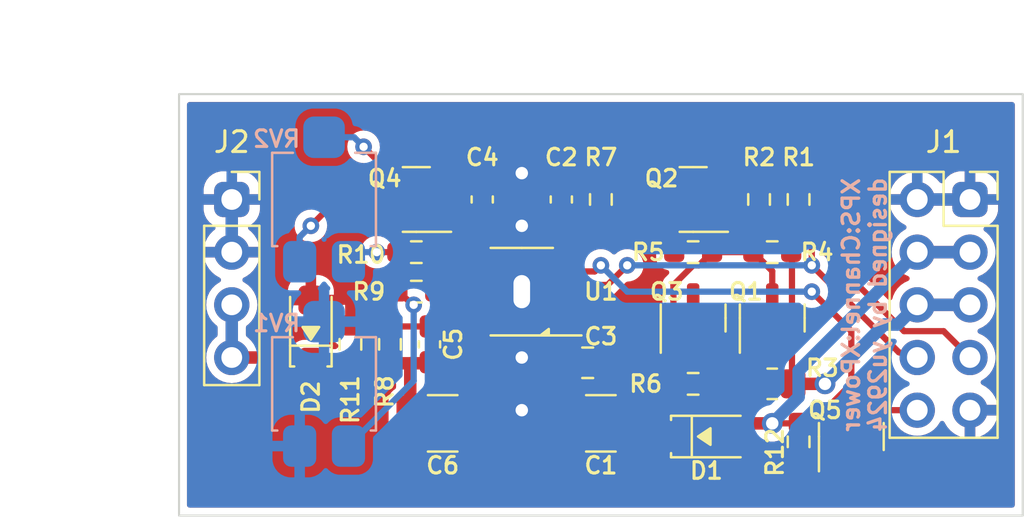
<source format=kicad_pcb>
(kicad_pcb (version 20211014) (generator pcbnew)
  (title_block (title "XPS:Channel:XPower") (company "yu2924"))
  (layers (0 "F.Cu" signal) (31 "B.Cu" signal) (34 "B.Paste" user) (35 "F.Paste" user) (36 "B.SilkS" user "B.Silkscreen") (37 "F.SilkS" user "F.Silkscreen") (38 "B.Mask" user) (39 "F.Mask" user) (44 "Edge.Cuts" user))
  (net 0 "")
  (net 1 "/IPIN")
  (net 2 "GND")
  (net 3 "Net-(C2-Pad1)")
  (net 4 "Net-(C3-Pad2)")
  (net 5 "Net-(C4-Pad1)")
  (net 6 "XPO")
  (net 7 "Net-(C5-Pad2)")
  (net 8 "V11")
  (net 9 "V22")
  (net 10 "XPC")
  (net 11 "HVC")
  (net 12 "Net-(Q1-Pad1)")
  (net 13 "Net-(Q1-Pad3)")
  (net 14 "Net-(Q2-Pad3)")
  (net 15 "Net-(Q4-Pad3)")
  (net 16 "Net-(R9-Pad2)")
  (net 17 "Net-(R10-Pad2)")
  (net 19 "Net-(Q5-Pad1)")
  (net 20 "~{XPM}")
  (footprint "Capacitor_SMD:C_1210_3225Metric_Pad1.33x2.70mm_HandSolder" (layer "F.Cu") (at 42.7 45.875)
    (fp_text reference "C6" (at 0 2.032) (layer "F.SilkS") (effects (font (size 0.8 0.8))))
    (fp_text value "10u")
    (fp_line (start -0.711252 1.36) (end 0.711252 1.36) (layer "F.SilkS") (width 0.12))
    (fp_line (start -0.711252 -1.36) (end 0.711252 -1.36) (layer "F.SilkS") (width 0.12))
    (pad "1" smd roundrect locked (at -1.5625 0) (size 1.325 2.7) (layers "F.Cu" "F.Paste" "F.Mask") (roundrect_rratio 0.1886792453) (net 6 "XPO"))
    (pad "2" smd roundrect locked (at 1.5625 0) (size 1.325 2.7) (layers "F.Cu" "F.Paste" "F.Mask") (roundrect_rratio 0.1886792453) (net 2 "GND"))
  )
  (footprint "Resistor_SMD:R_0805_2012Metric_Pad1.20x1.40mm_HandSolder" (layer "F.Cu") (at 58.575 43.97 180)
    (fp_text reference "R3" (at -2.413 0.762) (layer "F.SilkS") (effects (font (size 0.8 0.8))))
    (fp_text value "3.3")
    (fp_line (start -0.227064 -0.735) (end 0.227064 -0.735) (layer "F.SilkS") (width 0.12))
    (fp_line (start -0.227064 0.735) (end 0.227064 0.735) (layer "F.SilkS") (width 0.12))
    (pad "1" smd roundrect locked (at -1 0 180) (size 1.2 1.4) (layers "F.Cu" "F.Paste" "F.Mask") (roundrect_rratio 0.2083333333) (net 9 "V22"))
    (pad "2" smd roundrect locked (at 1 0 180) (size 1.2 1.4) (layers "F.Cu" "F.Paste" "F.Mask") (roundrect_rratio 0.2083333333) (net 12 "Net-(Q1-Pad1)"))
  )
  (footprint "Resistor_SMD:R_0603_1608Metric_Pad0.98x0.95mm_HandSolder" (layer "F.Cu") (at 50.32 35.08 90)
    (fp_text reference "R7" (at 2.032 0 180) (layer "F.SilkS") (effects (font (size 0.8 0.8))))
    (fp_text value "3k")
    (fp_line (start -0.254724 -0.5225) (end 0.254724 -0.5225) (layer "F.SilkS") (width 0.12))
    (fp_line (start -0.254724 0.5225) (end 0.254724 0.5225) (layer "F.SilkS") (width 0.12))
    (pad "1" smd roundrect locked (at -0.9125 0 90) (size 0.975 0.95) (layers "F.Cu" "F.Paste" "F.Mask") (net 3 "Net-(C2-Pad1)"))
    (pad "2" smd roundrect locked (at 0.9125 0 90) (size 0.975 0.95) (layers "F.Cu" "F.Paste" "F.Mask") (net 2 "GND"))
  )
  (footprint "Resistor_SMD:R_0603_1608Metric_Pad0.98x0.95mm_HandSolder" (layer "F.Cu") (at 57.94 35.08 90)
    (fp_text reference "R2" (at 2.032 0 180) (layer "F.SilkS") (effects (font (size 0.8 0.8))))
    (fp_text value "1M")
    (fp_line (start -0.254724 -0.5225) (end 0.254724 -0.5225) (layer "F.SilkS") (width 0.12))
    (fp_line (start -0.254724 0.5225) (end 0.254724 0.5225) (layer "F.SilkS") (width 0.12))
    (pad "1" smd roundrect locked (at -0.9125 0 90) (size 0.975 0.95) (layers "F.Cu" "F.Paste" "F.Mask") (net 11 "HVC"))
    (pad "2" smd roundrect locked (at 0.9125 0 90) (size 0.975 0.95) (layers "F.Cu" "F.Paste" "F.Mask") (net 2 "GND"))
  )
  (footprint "Resistor_SMD:R_0603_1608Metric_Pad0.98x0.95mm_HandSolder" (layer "F.Cu") (at 54.765 37.62 180)
    (fp_text reference "R5" (at 2.159 0) (layer "F.SilkS") (effects (font (size 0.8 0.8))))
    (fp_text value "100k")
    (fp_line (start -0.254724 0.5225) (end 0.254724 0.5225) (layer "F.SilkS") (width 0.12))
    (fp_line (start -0.254724 -0.5225) (end 0.254724 -0.5225) (layer "F.SilkS") (width 0.12))
    (pad "1" smd roundrect locked (at -0.9125 0 180) (size 0.975 0.95) (layers "F.Cu" "F.Paste" "F.Mask") (net 13 "Net-(Q1-Pad3)"))
    (pad "2" smd roundrect locked (at 0.9125 0 180) (size 0.975 0.95) (layers "F.Cu" "F.Paste" "F.Mask") (net 14 "Net-(Q2-Pad3)"))
  )
  (footprint "Resistor_SMD:R_0603_1608Metric_Pad0.98x0.95mm_HandSolder" (layer "F.Cu") (at 41.43 39.525 180)
    (fp_text reference "R9" (at 2.286 0 180) (layer "F.SilkS") (effects (font (size 0.8 0.8))))
    (fp_text value "5.1k")
    (fp_line (start -0.254724 0.5225) (end 0.254724 0.5225) (layer "F.SilkS") (width 0.12))
    (fp_line (start -0.254724 -0.5225) (end 0.254724 -0.5225) (layer "F.SilkS") (width 0.12))
    (pad "1" smd roundrect locked (at -0.9125 0 180) (size 0.975 0.95) (layers "F.Cu" "F.Paste" "F.Mask") (net 7 "Net-(C5-Pad2)"))
    (pad "2" smd roundrect locked (at 0.9125 0 180) (size 0.975 0.95) (layers "F.Cu" "F.Paste" "F.Mask") (net 16 "Net-(R9-Pad2)"))
  )
  (footprint "Capacitor_SMD:C_1210_3225Metric_Pad1.33x2.70mm_HandSolder" (layer "F.Cu") (at 50.32 45.875 180)
    (fp_text reference "C1" (at 0 -2.032) (layer "F.SilkS") (effects (font (size 0.8 0.8))))
    (fp_text value "10u")
    (fp_line (start -0.711252 -1.36) (end 0.711252 -1.36) (layer "F.SilkS") (width 0.12))
    (fp_line (start -0.711252 1.36) (end 0.711252 1.36) (layer "F.SilkS") (width 0.12))
    (pad "1" smd roundrect locked (at -1.5625 0 180) (size 1.325 2.7) (layers "F.Cu" "F.Paste" "F.Mask") (roundrect_rratio 0.1886792453) (net 1 "/IPIN"))
    (pad "2" smd roundrect locked (at 1.5625 0 180) (size 1.325 2.7) (layers "F.Cu" "F.Paste" "F.Mask") (roundrect_rratio 0.1886792453) (net 2 "GND"))
  )
  (footprint "Local:PinSocket-1x04-P2.54mm-Vertical" (layer "F.Cu") (at 32.54 35.08)
    (fp_text reference "J2" (at 0 -2.77) (layer "F.SilkS"))
    (fp_text value "CH-XP-XPO")
    (fp_line (start 1.33 1.27) (end 1.33 8.95) (layer "F.SilkS") (width 0.12))
    (fp_line (start -1.33 8.95) (end 1.33 8.95) (layer "F.SilkS") (width 0.12))
    (fp_line (start -1.33 1.27) (end -1.33 8.95) (layer "F.SilkS") (width 0.12))
    (fp_line (start -1.33 1.27) (end 1.33 1.27) (layer "F.SilkS") (width 0.12))
    (fp_line (start 1.33 -1.33) (end 1.33 0) (layer "F.SilkS") (width 0.12))
    (fp_line (start 0 -1.33) (end 1.33 -1.33) (layer "F.SilkS") (width 0.12))
    (pad "1" thru_hole roundrect (at 0 0) (size 1.7 1.7) (drill 1) (layers *.Cu *.Mask) (net 2 "GND"))
    (pad "2" thru_hole oval (at 0 2.54) (size 1.7 1.7) (drill 1) (layers *.Cu *.Mask) (net 2 "GND"))
    (pad "3" thru_hole oval (at 0 5.08) (size 1.7 1.7) (drill 1) (layers *.Cu *.Mask) (net 6 "XPO"))
    (pad "4" thru_hole oval (at 0 7.62) (size 1.7 1.7) (drill 1) (layers *.Cu *.Mask) (net 6 "XPO"))
  )
  (footprint "Capacitor_SMD:C_0603_1608Metric_Pad1.08x0.95mm_HandSolder" (layer "F.Cu") (at 42.065 42.065 90)
    (fp_text reference "C5" (at 0 1.143 270) (layer "F.SilkS") (effects (font (size 0.8 0.8))))
    (fp_text value "100n")
    (fp_line (start -0.146267 -0.51) (end 0.146267 -0.51) (layer "F.SilkS") (width 0.12))
    (fp_line (start -0.146267 0.51) (end 0.146267 0.51) (layer "F.SilkS") (width 0.12))
    (pad "1" smd roundrect locked (at -0.8625 0 90) (size 1.075 0.95) (layers "F.Cu" "F.Paste" "F.Mask") (net 6 "XPO"))
    (pad "2" smd roundrect locked (at 0.8625 0 90) (size 1.075 0.95) (layers "F.Cu" "F.Paste" "F.Mask") (net 7 "Net-(C5-Pad2)"))
  )
  (footprint "Local:D_SOD-123FL-SS2040FL" (layer "F.Cu") (at 55.4 46.51)
    (fp_text reference "D1" (at 0 1.651) (layer "F.SilkS") (effects (font (size 0.8 0.8))))
    (fp_text value "SS2040FL")
    (fp_line (start -1.7 -1) (end 1.65 -1) (layer "F.SilkS") (width 0.12))
    (fp_line (start -1.7 1) (end 1.65 1) (layer "F.SilkS") (width 0.12))
    (fp_line (start -1.7 -1) (end -1.7 -0.8) (layer "F.SilkS") (width 0.12))
    (fp_line (start -0.7 -1) (end -0.7 1) (layer "F.SilkS") (width 0.12))
    (fp_line (start -1.7 0.8) (end -1.7 1) (layer "F.SilkS") (width 0.12))
    (fp_poly (pts (xy 0.2 0.4) (xy -0.4 0) (xy 0.2 -0.4)) (layer "F.SilkS") (width 0.12) (fill solid))
    (pad "1" smd roundrect (at -1.5 0) (size 1.4 1.2) (layers "F.Cu" "F.Paste" "F.Mask") (net 1 "/IPIN"))
    (pad "2" smd roundrect (at 1.5 0) (size 1.4 1.2) (layers "F.Cu" "F.Paste" "F.Mask") (net 8 "V11"))
  )
  (footprint "Local:D_SOD-123FL-SS2040FL" (layer "F.Cu") (at 36.35 41.43 90)
    (fp_text reference "D2" (at -3.175 0 90) (layer "F.SilkS") (effects (font (size 0.8 0.8))))
    (fp_text value "SS2040FL")
    (fp_line (start -1.7 -1) (end -1.7 -0.8) (layer "F.SilkS") (width 0.12))
    (fp_line (start -1.7 -1) (end 1.65 -1) (layer "F.SilkS") (width 0.12))
    (fp_line (start -0.7 -1) (end -0.7 1) (layer "F.SilkS") (width 0.12))
    (fp_line (start -1.7 0.8) (end -1.7 1) (layer "F.SilkS") (width 0.12))
    (fp_line (start -1.7 1) (end 1.65 1) (layer "F.SilkS") (width 0.12))
    (fp_poly (pts (xy 0.2 0.4) (xy -0.4 0) (xy 0.2 -0.4)) (layer "F.SilkS") (width 0.12) (fill solid))
    (pad "1" smd roundrect (at -1.5 0 90) (size 1.4 1.2) (layers "F.Cu" "F.Paste" "F.Mask") (net 6 "XPO"))
    (pad "2" smd roundrect (at 1.5 0 90) (size 1.4 1.2) (layers "F.Cu" "F.Paste" "F.Mask") (net 2 "GND"))
  )
  (footprint "Local:ThermalViaPad-D1.0" (layer "F.Cu") (at 46.51 36.35)
    (fp_text reference "REF**" hide)
    (fp_text value "ThermalViaPad-D1.0" hide)
    (pad "1" thru_hole circle (at 0 0) (size 1 1) (drill 0.6) (layers *.Cu *.Mask) (net 2 "GND"))
  )
  (footprint "Resistor_SMD:R_0603_1608Metric_Pad0.98x0.95mm_HandSolder" (layer "F.Cu") (at 41.43 37.62 180)
    (fp_text reference "R10" (at 2.667 -0.127 180) (layer "F.SilkS") (effects (font (size 0.8 0.8))))
    (fp_text value "5.1k")
    (fp_line (start -0.254724 -0.5225) (end 0.254724 -0.5225) (layer "F.SilkS") (width 0.12))
    (fp_line (start -0.254724 0.5225) (end 0.254724 0.5225) (layer "F.SilkS") (width 0.12))
    (pad "1" smd roundrect locked (at -0.9125 0 180) (size 0.975 0.95) (layers "F.Cu" "F.Paste" "F.Mask") (net 7 "Net-(C5-Pad2)"))
    (pad "2" smd roundrect locked (at 0.9125 0 180) (size 0.975 0.95) (layers "F.Cu" "F.Paste" "F.Mask") (net 17 "Net-(R10-Pad2)"))
  )
  (footprint "Local:SOT-23" (layer "F.Cu") (at 54.765 35.08 180)
    (fp_text reference "Q2" (at 1.524 1.016 180) (layer "F.SilkS") (effects (font (size 0.8 0.8))))
    (fp_text value "BSS138")
    (fp_line (start 0 -1.56) (end -1.675 -1.56) (layer "F.SilkS") (width 0.12))
    (fp_line (start 0 1.56) (end -0.65 1.56) (layer "F.SilkS") (width 0.12))
    (fp_line (start 0 -1.56) (end 0.65 -1.56) (layer "F.SilkS") (width 0.12))
    (fp_line (start 0 1.56) (end 0.65 1.56) (layer "F.SilkS") (width 0.12))
    (pad "1" smd roundrect (at -1.025 -0.95 180) (size 1.3 0.6) (layers "F.Cu" "F.Paste" "F.Mask") (net 11 "HVC"))
    (pad "2" smd roundrect (at -1.025 0.95 180) (size 1.3 0.6) (layers "F.Cu" "F.Paste" "F.Mask") (net 2 "GND"))
    (pad "3" smd roundrect (at 1.025 0 180) (size 1.3 0.6) (layers "F.Cu" "F.Paste" "F.Mask") (net 14 "Net-(Q2-Pad3)"))
  )
  (footprint "Capacitor_SMD:C_0603_1608Metric_Pad1.08x0.95mm_HandSolder" (layer "F.Cu") (at 44.605 35.08 90)
    (fp_text reference "C4" (at 2.032 0 180) (layer "F.SilkS") (effects (font (size 0.8 0.8))))
    (fp_text value "10n")
    (fp_line (start -0.146267 -0.51) (end 0.146267 -0.51) (layer "F.SilkS") (width 0.12))
    (fp_line (start -0.146267 0.51) (end 0.146267 0.51) (layer "F.SilkS") (width 0.12))
    (pad "1" smd roundrect locked (at -0.8625 0 90) (size 1.075 0.95) (layers "F.Cu" "F.Paste" "F.Mask") (net 5 "Net-(C4-Pad1)"))
    (pad "2" smd roundrect locked (at 0.8625 0 90) (size 1.075 0.95) (layers "F.Cu" "F.Paste" "F.Mask") (net 2 "GND"))
  )
  (footprint "Local:ThermalViaPad-D1.0" (layer "F.Cu") (at 46.51 33.81)
    (fp_text reference "REF**" hide)
    (fp_text value "ThermalViaPad-D1.0" hide)
    (pad "1" thru_hole circle (at 0 0) (size 1 1) (drill 0.6) (layers *.Cu *.Mask) (net 2 "GND"))
  )
  (footprint "Resistor_SMD:R_0603_1608Metric_Pad0.98x0.95mm_HandSolder" (layer "F.Cu") (at 38.255 42.065 90)
    (fp_text reference "R11" (at -2.667 0 90) (layer "F.SilkS") (effects (font (size 0.8 0.8))))
    (fp_text value "100k")
    (fp_line (start -0.254724 -0.5225) (end 0.254724 -0.5225) (layer "F.SilkS") (width 0.12))
    (fp_line (start -0.254724 0.5225) (end 0.254724 0.5225) (layer "F.SilkS") (width 0.12))
    (pad "1" smd roundrect locked (at -0.9125 0 90) (size 0.975 0.95) (layers "F.Cu" "F.Paste" "F.Mask") (net 6 "XPO"))
    (pad "2" smd roundrect locked (at 0.9125 0 90) (size 0.975 0.95) (layers "F.Cu" "F.Paste" "F.Mask") (net 2 "GND"))
  )
  (footprint "Resistor_SMD:R_0603_1608Metric_Pad0.98x0.95mm_HandSolder" (layer "F.Cu") (at 58.575 37.62 180)
    (fp_text reference "R4" (at -2.159 0) (layer "F.SilkS") (effects (font (size 0.8 0.8))))
    (fp_text value "47k")
    (fp_line (start -0.254724 -0.5225) (end 0.254724 -0.5225) (layer "F.SilkS") (width 0.12))
    (fp_line (start -0.254724 0.5225) (end 0.254724 0.5225) (layer "F.SilkS") (width 0.12))
    (pad "1" smd roundrect locked (at -0.9125 0 180) (size 0.975 0.95) (layers "F.Cu" "F.Paste" "F.Mask") (net 9 "V22"))
    (pad "2" smd roundrect locked (at 0.9125 0 180) (size 0.975 0.95) (layers "F.Cu" "F.Paste" "F.Mask") (net 13 "Net-(Q1-Pad3)"))
  )
  (footprint "Local:SOT-23" (layer "F.Cu") (at 54.765 40.795 90)
    (fp_text reference "Q3" (at 1.27 -1.27 180) (layer "F.SilkS") (effects (font (size 0.8 0.8))))
    (fp_text value "SSM3J332R")
    (fp_line (start 0 -1.56) (end -1.675 -1.56) (layer "F.SilkS") (width 0.12))
    (fp_line (start 0 1.56) (end -0.65 1.56) (layer "F.SilkS") (width 0.12))
    (fp_line (start 0 1.56) (end 0.65 1.56) (layer "F.SilkS") (width 0.12))
    (fp_line (start 0 -1.56) (end 0.65 -1.56) (layer "F.SilkS") (width 0.12))
    (pad "1" smd roundrect (at -1.025 -0.95 90) (size 1.3 0.6) (layers "F.Cu" "F.Paste" "F.Mask") (net 13 "Net-(Q1-Pad3)"))
    (pad "2" smd roundrect (at -1.025 0.95 90) (size 1.3 0.6) (layers "F.Cu" "F.Paste" "F.Mask") (net 12 "Net-(Q1-Pad1)"))
    (pad "3" smd roundrect (at 1.025 0 90) (size 1.3 0.6) (layers "F.Cu" "F.Paste" "F.Mask") (net 1 "/IPIN"))
  )
  (footprint "Local:PinSocket-2x05-P2.54mm-Vertical" (layer "F.Cu") (at 68.1 35.08)
    (fp_text reference "J1" (at -1.27 -2.77) (layer "F.SilkS"))
    (fp_text value "CH-XP")
    (fp_line (start 1.33 -1.33) (end 1.33 0) (layer "F.SilkS") (width 0.12))
    (fp_line (start -3.87 -1.33) (end -3.87 11.49) (layer "F.SilkS") (width 0.12))
    (fp_line (start -3.87 11.49) (end 1.33 11.49) (layer "F.SilkS") (width 0.12))
    (fp_line (start 0 -1.33) (end 1.33 -1.33) (layer "F.SilkS") (width 0.12))
    (fp_line (start -1.27 -1.33) (end -1.27 1.27) (layer "F.SilkS") (width 0.12))
    (fp_line (start -3.87 -1.33) (end -1.27 -1.33) (layer "F.SilkS") (width 0.12))
    (fp_line (start -1.27 1.27) (end 1.33 1.27) (layer "F.SilkS") (width 0.12))
    (fp_line (start 1.33 1.27) (end 1.33 11.49) (layer "F.SilkS") (width 0.12))
    (pad "1" thru_hole roundrect (at 0 0) (size 1.7 1.7) (drill 1) (layers *.Cu *.Mask) (net 2 "GND"))
    (pad "2" thru_hole oval (at -2.54 0) (size 1.7 1.7) (drill 1) (layers *.Cu *.Mask) (net 2 "GND"))
    (pad "3" thru_hole oval (at 0 2.54) (size 1.7 1.7) (drill 1) (layers *.Cu *.Mask) (net 8 "V11"))
    (pad "4" thru_hole oval (at -2.54 2.54) (size 1.7 1.7) (drill 1) (layers *.Cu *.Mask) (net 8 "V11"))
    (pad "5" thru_hole oval (at 0 5.08) (size 1.7 1.7) (drill 1) (layers *.Cu *.Mask) (net 9 "V22"))
    (pad "6" thru_hole oval (at -2.54 5.08) (size 1.7 1.7) (drill 1) (layers *.Cu *.Mask) (net 9 "V22"))
    (pad "7" thru_hole oval (at 0 7.62) (size 1.7 1.7) (drill 1) (layers *.Cu *.Mask) (net 11 "HVC"))
    (pad "8" thru_hole oval (at -2.54 7.62) (size 1.7 1.7) (drill 1) (layers *.Cu *.Mask) (net 10 "XPC"))
    (pad "9" thru_hole oval (at 0 10.16) (size 1.7 1.7) (drill 1) (layers *.Cu *.Mask) (net 2 "GND"))
    (pad "10" thru_hole oval (at -2.54 10.16) (size 1.7 1.7) (drill 1) (layers *.Cu *.Mask) (net 20 "~{XPM}"))
  )
  (footprint "Resistor_SMD:R_0603_1608Metric_Pad0.98x0.95mm_HandSolder" (layer "F.Cu") (at 59.845 35.08 90)
    (fp_text reference "R1" (at 2.032 0 180) (layer "F.SilkS") (effects (font (size 0.8 0.8))))
    (fp_text value "1M")
    (fp_line (start -0.254724 0.5225) (end 0.254724 0.5225) (layer "F.SilkS") (width 0.12))
    (fp_line (start -0.254724 -0.5225) (end 0.254724 -0.5225) (layer "F.SilkS") (width 0.12))
    (pad "1" smd roundrect locked (at -0.9125 0 90) (size 0.975 0.95) (layers "F.Cu" "F.Paste" "F.Mask") (net 10 "XPC"))
    (pad "2" smd roundrect locked (at 0.9125 0 90) (size 0.975 0.95) (layers "F.Cu" "F.Paste" "F.Mask") (net 2 "GND"))
  )
  (footprint "Local:SOT-23" (layer "F.Cu") (at 58.575 40.795 90)
    (fp_text reference "Q1" (at 1.27 -1.27 180) (layer "F.SilkS") (effects (font (size 0.8 0.8))))
    (fp_text value "MMBT3906")
    (fp_line (start 0 -1.56) (end 0.65 -1.56) (layer "F.SilkS") (width 0.12))
    (fp_line (start 0 1.56) (end -0.65 1.56) (layer "F.SilkS") (width 0.12))
    (fp_line (start 0 -1.56) (end -1.675 -1.56) (layer "F.SilkS") (width 0.12))
    (fp_line (start 0 1.56) (end 0.65 1.56) (layer "F.SilkS") (width 0.12))
    (pad "1" smd roundrect (at -1.025 -0.95 90) (size 1.3 0.6) (layers "F.Cu" "F.Paste" "F.Mask") (net 12 "Net-(Q1-Pad1)"))
    (pad "2" smd roundrect (at -1.025 0.95 90) (size 1.3 0.6) (layers "F.Cu" "F.Paste" "F.Mask") (net 9 "V22"))
    (pad "3" smd roundrect (at 1.025 0 90) (size 1.3 0.6) (layers "F.Cu" "F.Paste" "F.Mask") (net 13 "Net-(Q1-Pad3)"))
  )
  (footprint "Capacitor_SMD:C_0805_2012Metric_Pad1.18x1.45mm_HandSolder" (layer "F.Cu") (at 49.685 42.954)
    (fp_text reference "C3" (at 0.635 -1.27) (layer "F.SilkS") (effects (font (size 0.8 0.8))))
    (fp_text value "470n")
    (fp_line (start -0.261252 0.735) (end 0.261252 0.735) (layer "F.SilkS") (width 0.12))
    (fp_line (start -0.261252 -0.735) (end 0.261252 -0.735) (layer "F.SilkS") (width 0.12))
    (pad "1" smd roundrect locked (at -1.0375 0) (size 1.175 1.45) (layers "F.Cu" "F.Paste" "F.Mask") (roundrect_rratio 0.2127659574) (net 2 "GND"))
    (pad "2" smd roundrect locked (at 1.0375 0) (size 1.175 1.45) (layers "F.Cu" "F.Paste" "F.Mask") (roundrect_rratio 0.2127659574) (net 4 "Net-(C3-Pad2)"))
  )
  (footprint "Local:ThermalViaPad-D1.0" (layer "F.Cu") (at 46.51 45.24)
    (fp_text reference "REF**" hide)
    (fp_text value "ThermalViaPad-D1.0" hide)
    (pad "1" thru_hole circle (at 0 0) (size 1 1) (drill 0.6) (layers *.Cu *.Mask) (net 2 "GND"))
  )
  (footprint "Resistor_SMD:R_0603_1608Metric_Pad0.98x0.95mm_HandSolder" (layer "F.Cu") (at 59.845 46.764 -90)
    (fp_text reference "R12" (at 0.508 1.143 90) (layer "F.SilkS") (effects (font (size 0.8 0.8))))
    (fp_text value "1M")
    (fp_line (start -0.254724 0.5225) (end 0.254724 0.5225) (layer "F.SilkS") (width 0.12))
    (fp_line (start -0.254724 -0.5225) (end 0.254724 -0.5225) (layer "F.SilkS") (width 0.12))
    (pad "1" smd roundrect (at -0.9125 0 270) (size 0.975 0.95) (layers "F.Cu" "F.Paste" "F.Mask") (net 8 "V11"))
    (pad "2" smd roundrect (at 0.9125 0 270) (size 0.975 0.95) (layers "F.Cu" "F.Paste" "F.Mask") (net 19 "Net-(Q5-Pad1)"))
  )
  (footprint "Local:SOT-23" (layer "F.Cu") (at 62.385 46.51 90)
    (fp_text reference "Q5" (at 1.27 -1.27 180) (layer "F.SilkS") (effects (font (size 0.8 0.8))))
    (fp_text value "BSS138")
    (fp_line (start 0 1.56) (end 0.65 1.56) (layer "F.SilkS") (width 0.12))
    (fp_line (start 0 -1.56) (end -1.675 -1.56) (layer "F.SilkS") (width 0.12))
    (fp_line (start 0 1.56) (end -0.65 1.56) (layer "F.SilkS") (width 0.12))
    (fp_line (start 0 -1.56) (end 0.65 -1.56) (layer "F.SilkS") (width 0.12))
    (pad "1" smd roundrect (at -1.025 -0.95 90) (size 1.3 0.6) (layers "F.Cu" "F.Paste" "F.Mask") (net 19 "Net-(Q5-Pad1)"))
    (pad "2" smd roundrect (at -1.025 0.95 90) (size 1.3 0.6) (layers "F.Cu" "F.Paste" "F.Mask") (net 2 "GND"))
    (pad "3" smd roundrect (at 1.025 0 90) (size 1.3 0.6) (layers "F.Cu" "F.Paste" "F.Mask") (net 20 "~{XPM}"))
  )
  (footprint "Resistor_SMD:R_0603_1608Metric_Pad0.98x0.95mm_HandSolder" (layer "F.Cu") (at 40.16 42.065 90)
    (fp_text reference "R8" (at -2.286 -0.254 270) (layer "F.SilkS") (effects (font (size 0.8 0.8))))
    (fp_text value "82k")
    (fp_line (start -0.254724 0.5225) (end 0.254724 0.5225) (layer "F.SilkS") (width 0.12))
    (fp_line (start -0.254724 -0.5225) (end 0.254724 -0.5225) (layer "F.SilkS") (width 0.12))
    (pad "1" smd roundrect locked (at -0.9125 0 90) (size 0.975 0.95) (layers "F.Cu" "F.Paste" "F.Mask") (net 6 "XPO"))
    (pad "2" smd roundrect locked (at 0.9125 0 90) (size 0.975 0.95) (layers "F.Cu" "F.Paste" "F.Mask") (net 7 "Net-(C5-Pad2)"))
  )
  (footprint "Resistor_SMD:R_0603_1608Metric_Pad0.98x0.95mm_HandSolder" (layer "F.Cu") (at 54.765 43.97)
    (fp_text reference "R6" (at -2.286 0) (layer "F.SilkS") (effects (font (size 0.8 0.8))))
    (fp_text value "100k")
    (fp_line (start -0.254724 0.5225) (end 0.254724 0.5225) (layer "F.SilkS") (width 0.12))
    (fp_line (start -0.254724 -0.5225) (end 0.254724 -0.5225) (layer "F.SilkS") (width 0.12))
    (pad "1" smd roundrect locked (at -0.9125 0) (size 0.975 0.95) (layers "F.Cu" "F.Paste" "F.Mask") (net 1 "/IPIN"))
    (pad "2" smd roundrect locked (at 0.9125 0) (size 0.975 0.95) (layers "F.Cu" "F.Paste" "F.Mask") (net 2 "GND"))
  )
  (footprint "Local:SOT-23" (layer "F.Cu") (at 41.43 35.08 180)
    (fp_text reference "Q4" (at 1.524 1.016 180) (layer "F.SilkS") (effects (font (size 0.8 0.8))))
    (fp_text value "BSS138")
    (fp_line (start 0 1.56) (end -0.65 1.56) (layer "F.SilkS") (width 0.12))
    (fp_line (start 0 -1.56) (end 0.65 -1.56) (layer "F.SilkS") (width 0.12))
    (fp_line (start 0 -1.56) (end -1.675 -1.56) (layer "F.SilkS") (width 0.12))
    (fp_line (start 0 1.56) (end 0.65 1.56) (layer "F.SilkS") (width 0.12))
    (pad "1" smd roundrect (at -1.025 -0.95 180) (size 1.3 0.6) (layers "F.Cu" "F.Paste" "F.Mask") (net 11 "HVC"))
    (pad "2" smd roundrect (at -1.025 0.95 180) (size 1.3 0.6) (layers "F.Cu" "F.Paste" "F.Mask") (net 2 "GND"))
    (pad "3" smd roundrect (at 1.025 0 180) (size 1.3 0.6) (layers "F.Cu" "F.Paste" "F.Mask") (net 15 "Net-(Q4-Pad3)"))
  )
  (footprint "Local:ThermalViaPad-MSOP-12" (layer "F.Cu") (at 46.51 39.525)
    (fp_text reference "TVP" hide)
    (fp_text value "ThermalViaPad-MSOP-12" hide)
    (pad "1" thru_hole oval (at 0 0) (size 1.2 2) (drill oval 0.8 1.6) (layers *.Cu *.Mask) (net 2 "GND"))
    (pad "1" smd rect (at 0 0) (size 1.65 2.85) (layers "B.Cu" "B.Paste" "B.Mask") (net 2 "GND"))
    (pad "1" smd rect (at 0 0) (size 1.65 2.85) (layers "F.Cu" "F.Paste" "F.Mask") (net 2 "GND"))
  )
  (footprint "Local:ThermalViaPad-D1.0" (layer "F.Cu") (at 46.51 42.7)
    (fp_text reference "REF**" hide)
    (fp_text value "ThermalViaPad-D1.0" hide)
    (pad "1" thru_hole circle (at 0 0) (size 1 1) (drill 0.6) (layers *.Cu *.Mask) (net 2 "GND"))
  )
  (footprint "Local:MSOP-12-1EP-3x4mm-P0.65mm-EP1.65x2.85mm" (layer "F.Cu") (at 46.51 39.525 180)
    (fp_text reference "U1" (at -3.81 0 180) (layer "F.SilkS") (effects (font (size 0.8 0.8))))
    (fp_text value "LT3066")
    (fp_line (start 0 -2.11) (end 1.5 -2.11) (layer "F.SilkS") (width 0.12))
    (fp_line (start 0 -2.11) (end -2.875 -2.11) (layer "F.SilkS") (width 0.12))
    (fp_line (start 0 2.11) (end -1.5 2.11) (layer "F.SilkS") (width 0.12))
    (fp_line (start 0 2.11) (end 1.5 2.11) (layer "F.SilkS") (width 0.12))
    (fp_poly (pts (xy -1.3 -1.8) (xy -1.3 -2.11) (xy -0.9 -2.11)) (layer "F.SilkS") (width 0.12) (fill solid))
    (pad "1" smd roundrect (at -2.15 -1.625 180) (size 1.45 0.4) (layers "F.Cu" "F.Paste" "F.Mask") (net 4 "Net-(C3-Pad2)"))
    (pad "2" smd roundrect (at -2.15 -0.975 180) (size 1.45 0.4) (layers "F.Cu" "F.Paste" "F.Mask") (net 1 "/IPIN"))
    (pad "3" smd roundrect (at -2.15 -0.325 180) (size 1.45 0.4) (layers "F.Cu" "F.Paste" "F.Mask") (net 1 "/IPIN"))
    (pad "4" smd roundrect (at -2.15 0.325 180) (size 1.45 0.4) (layers "F.Cu" "F.Paste" "F.Mask") (net 10 "XPC"))
    (pad "5" smd roundrect (at -2.15 0.975 180) (size 1.45 0.4) (layers "F.Cu" "F.Paste" "F.Mask") (net 19 "Net-(Q5-Pad1)"))
    (pad "6" smd roundrect (at -2.15 1.625 180) (size 1.45 0.4) (layers "F.Cu" "F.Paste" "F.Mask") (net 3 "Net-(C2-Pad1)"))
    (pad "7" smd roundrect (at 2.15 1.625 180) (size 1.45 0.4) (layers "F.Cu" "F.Paste" "F.Mask") (net 5 "Net-(C4-Pad1)"))
    (pad "8" smd roundrect (at 2.15 0.975 180) (size 1.45 0.4) (layers "F.Cu" "F.Paste" "F.Mask") (net 2 "GND"))
    (pad "9" smd roundrect (at 2.15 0.325 180) (size 1.45 0.4) (layers "F.Cu" "F.Paste" "F.Mask") (net 7 "Net-(C5-Pad2)"))
    (pad "10" smd roundrect (at 2.15 -0.325 180) (size 1.45 0.4) (layers "F.Cu" "F.Paste" "F.Mask"))
    (pad "11" smd roundrect (at 2.15 -0.975 180) (size 1.45 0.4) (layers "F.Cu" "F.Paste" "F.Mask") (net 6 "XPO"))
    (pad "12" smd roundrect (at 2.15 -1.625 180) (size 1.45 0.4) (layers "F.Cu" "F.Paste" "F.Mask") (net 6 "XPO"))
    (pad "13" smd rect (at 0 0 180) (size 1.65 2.85) (layers "F.Cu" "F.Paste" "F.Mask") (net 2 "GND"))
  )
  (footprint "Capacitor_SMD:C_0603_1608Metric_Pad1.08x0.95mm_HandSolder" (layer "F.Cu") (at 48.415 35.08 90)
    (fp_text reference "C2" (at 2.032 0 180) (layer "F.SilkS") (effects (font (size 0.8 0.8))))
    (fp_text value "22n")
    (fp_line (start -0.146267 0.51) (end 0.146267 0.51) (layer "F.SilkS") (width 0.12))
    (fp_line (start -0.146267 -0.51) (end 0.146267 -0.51) (layer "F.SilkS") (width 0.12))
    (pad "1" smd roundrect locked (at -0.8625 0 90) (size 1.075 0.95) (layers "F.Cu" "F.Paste" "F.Mask") (net 3 "Net-(C2-Pad1)"))
    (pad "2" smd roundrect locked (at 0.8625 0 90) (size 1.075 0.95) (layers "F.Cu" "F.Paste" "F.Mask") (net 2 "GND"))
  )
  (footprint "Local:COPAL-ST-4EB" (layer "B.Cu") (at 36.985 43.97 180)
    (fp_text reference "RV1" (at 2.286 2.921 unlocked) (layer "B.SilkS") (effects (font (size 0.8 0.8)) (justify mirror)))
    (fp_text value "1k")
    (fp_line (start 1.5 2.25) (end 2.5 2.25) (layer "B.SilkS") (width 0.12))
    (fp_line (start 2.5 2.25) (end 2.5 -2.25) (layer "B.SilkS") (width 0.12))
    (fp_line (start -1.5 2.25) (end -2.5 2.25) (layer "B.SilkS") (width 0.12))
    (fp_line (start -2.5 -2.25) (end -2.25 -2.25) (layer "B.SilkS") (width 0.12))
    (fp_line (start 2.5 -2.25) (end 2.25 -2.25) (layer "B.SilkS") (width 0.12))
    (fp_line (start -2.5 2.25) (end -2.5 -2.25) (layer "B.SilkS") (width 0.12))
    (pad "1" smd roundrect (at 1.175 -3 180) (size 1.6 2) (layers "B.Cu" "B.Paste" "B.Mask") (net 2 "GND"))
    (pad "2" smd roundrect (at 0 3 180) (size 2 2) (layers "B.Cu" "B.Paste" "B.Mask") (net 2 "GND"))
    (pad "3" smd roundrect (at -1.175 -3 180) (size 1.6 2) (layers "B.Cu" "B.Paste" "B.Mask") (net 16 "Net-(R9-Pad2)"))
  )
  (footprint "Local:COPAL-ST-4EB" (layer "B.Cu") (at 36.985 35.08 180)
    (fp_text reference "RV2" (at 2.286 2.921 unlocked) (layer "B.SilkS") (effects (font (size 0.8 0.8)) (justify mirror)))
    (fp_text value "1k")
    (fp_line (start -1.5 2.25) (end -2.5 2.25) (layer "B.SilkS") (width 0.12))
    (fp_line (start -2.5 2.25) (end -2.5 -2.25) (layer "B.SilkS") (width 0.12))
    (fp_line (start -2.5 -2.25) (end -2.25 -2.25) (layer "B.SilkS") (width 0.12))
    (fp_line (start 2.5 -2.25) (end 2.25 -2.25) (layer "B.SilkS") (width 0.12))
    (fp_line (start 1.5 2.25) (end 2.5 2.25) (layer "B.SilkS") (width 0.12))
    (fp_line (start 2.5 2.25) (end 2.5 -2.25) (layer "B.SilkS") (width 0.12))
    (pad "1" smd roundrect (at 1.175 -3 180) (size 1.6 2) (layers "B.Cu" "B.Paste" "B.Mask") (net 15 "Net-(Q4-Pad3)"))
    (pad "2" smd roundrect (at 0 3 180) (size 2 2) (layers "B.Cu" "B.Paste" "B.Mask") (net 15 "Net-(Q4-Pad3)"))
    (pad "3" smd roundrect (at -1.175 -3 180) (size 1.6 2) (layers "B.Cu" "B.Paste" "B.Mask") (net 17 "Net-(R10-Pad2)"))
  )
  (gr_rect (start 30 30) (end 70.64 50.32) (layer "Edge.Cuts") (width 0.1) (fill none))
  (gr_text "XPS:Channel:XPower\ndesigned by yu2924" (at 63.02 40.16 90) (layer "B.SilkS") (effects (font (size 0.8 0.8) (thickness 0.16)) (justify mirror)))
  (segment (start 53.9 46.51) (end 52.5175 46.51) (width 0.6) (layer "F.Cu") (net 1))
  (segment (start 53.9 46.51) (end 53.9 44.0175) (width 0.6) (layer "F.Cu") (net 1))
  (segment (start 48.66 40.5) (end 48.66 40.18) (width 0.3) (layer "F.Cu") (net 1))
  (segment (start 54.765 39.77) (end 54.765 43.0575) (width 0.6) (layer "F.Cu") (net 1))
  (segment (start 53.9 44.0175) (end 53.8525 43.97) (width 0.6) (layer "F.Cu") (net 1))
  (segment (start 50.34 40.18) (end 51.8825 41.7225) (width 0.6) (layer "F.Cu") (net 1))
  (segment (start 54.765 43.0575) (end 53.8525 43.97) (width 0.6) (layer "F.Cu") (net 1))
  (segment (start 48.66 40.18) (end 48.66 39.85) (width 0.3) (layer "F.Cu") (net 1))
  (segment (start 52.5175 46.51) (end 51.8825 45.875) (width 0.6) (layer "F.Cu") (net 1))
  (segment (start 51.8825 41.7225) (end 51.8825 45.875) (width 0.6) (layer "F.Cu") (net 1))
  (segment (start 48.66 40.18) (end 50.34 40.18) (width 0.6) (layer "F.Cu") (net 1))
  (segment (start 45.535 38.55) (end 46.51 39.525) (width 0.3) (layer "F.Cu") (net 2))
  (segment (start 32.54 35.08) (end 32.54 37.62) (width 0.6) (layer "F.Cu") (net 2))
  (segment (start 68.1 35.08) (end 65.56 35.08) (width 0.6) (layer "F.Cu") (net 2))
  (segment (start 44.36 38.55) (end 45.535 38.55) (width 0.3) (layer "F.Cu") (net 2))
  (segment (start 65.56 35.08) (end 68.1 35.08) (width 0.6) (layer "B.Cu") (net 2))
  (segment (start 32.54 35.08) (end 32.54 37.62) (width 0.6) (layer "B.Cu") (net 2))
  (segment (start 48.66 37.9) (end 48.66 36.2375) (width 0.3) (layer "F.Cu") (net 3))
  (segment (start 48.415 35.9925) (end 50.27 35.9925) (width 0.3) (layer "F.Cu") (net 3))
  (segment (start 50.27 35.9925) (end 50.32 35.9425) (width 0.3) (layer "F.Cu") (net 3))
  (segment (start 48.66 36.2375) (end 48.415 35.9925) (width 0.3) (layer "F.Cu") (net 3))
  (segment (start 50.7225 42.7215) (end 49.151 41.15) (width 0.3) (layer "F.Cu") (net 4))
  (segment (start 49.151 41.15) (end 48.66 41.15) (width 0.3) (layer "F.Cu") (net 4))
  (segment (start 50.7225 42.954) (end 50.7225 42.7215) (width 0.3) (layer "F.Cu") (net 4))
  (segment (start 44.36 37.9) (end 44.36 36.1875) (width 0.3) (layer "F.Cu") (net 5))
  (segment (start 44.36 36.1875) (end 44.605 35.9425) (width 0.3) (layer "F.Cu") (net 5))
  (segment (start 32.54 42.7) (end 36.12 42.7) (width 0.6) (layer "F.Cu") (net 6))
  (segment (start 44.36 40.94) (end 44.36 41.15) (width 0.3) (layer "F.Cu") (net 6))
  (segment (start 38.255 42.9775) (end 40.16 42.9775) (width 0.6) (layer "F.Cu") (net 6))
  (segment (start 42.065 42.9275) (end 42.3725 42.9275) (width 0.6) (layer "F.Cu") (net 6))
  (segment (start 42.015 42.9775) (end 42.065 42.9275) (width 0.6) (layer "F.Cu") (net 6))
  (segment (start 41.1375 42.9925) (end 41.1525 42.9775) (width 0.6) (layer "F.Cu") (net 6))
  (segment (start 40.16 42.9775) (end 41.1525 42.9775) (width 0.6) (layer "F.Cu") (net 6))
  (segment (start 41.1525 42.9775) (end 42.015 42.9775) (width 0.6) (layer "F.Cu") (net 6))
  (segment (start 42.3725 42.9275) (end 44.36 40.94) (width 0.6) (layer "F.Cu") (net 6))
  (segment (start 36.12 42.7) (end 36.35 42.93) (width 0.6) (layer "F.Cu") (net 6))
  (segment (start 36.3975 42.9775) (end 36.35 42.93) (width 0.6) (layer "F.Cu") (net 6))
  (segment (start 44.36 40.5) (end 44.36 40.94) (width 0.3) (layer "F.Cu") (net 6))
  (segment (start 41.1375 45.875) (end 41.1375 42.9925) (width 0.6) (layer "F.Cu") (net 6))
  (segment (start 38.255 42.9775) (end 36.3975 42.9775) (width 0.6) (layer "F.Cu") (net 6))
  (segment (start 32.54 40.16) (end 32.54 42.7) (width 0.6) (layer "F.Cu") (net 6))
  (segment (start 32.54 40.16) (end 32.54 42.7) (width 0.6) (layer "B.Cu") (net 6))
  (segment (start 42.3425 39.525) (end 42.3425 37.62) (width 0.3) (layer "F.Cu") (net 7))
  (segment (start 42.6675 39.2) (end 42.3425 39.525) (width 0.3) (layer "F.Cu") (net 7))
  (segment (start 40.21 41.2025) (end 40.16 41.1525) (width 0.3) (layer "F.Cu") (net 7))
  (segment (start 42.065 41.2025) (end 40.21 41.2025) (width 0.3) (layer "F.Cu") (net 7))
  (segment (start 42.3425 40.925) (end 42.065 41.2025) (width 0.3) (layer "F.Cu") (net 7))
  (segment (start 42.3425 39.525) (end 42.3425 40.925) (width 0.3) (layer "F.Cu") (net 7))
  (segment (start 44.36 39.2) (end 42.6675 39.2) (width 0.3) (layer "F.Cu") (net 7))
  (segment (start 58.575 45.875) (end 59.8215 45.875) (width 0.3) (layer "F.Cu") (net 8))
  (segment (start 57.535 45.875) (end 56.9 46.51) (width 0.6) (layer "F.Cu") (net 8))
  (segment (start 58.575 45.875) (end 57.535 45.875) (width 0.6) (layer "F.Cu") (net 8))
  (segment (start 65.56 37.62) (end 68.1 37.62) (width 0.6) (layer "F.Cu") (net 8))
  (segment (start 59.8215 45.875) (end 59.845 45.8515) (width 0.3) (layer "F.Cu") (net 8))
  (via (at 58.575 45.875) (size 1) (drill 0.6) (layers "F.Cu" "B.Cu") (net 8))
  (segment (start 65.56 37.62) (end 59.845 43.335) (width 0.6) (layer "B.Cu") (net 8))
  (segment (start 59.845 44.605) (end 59.845 43.335) (width 0.6) (layer "B.Cu") (net 8))
  (segment (start 65.56 37.62) (end 68.1 37.62) (width 0.6) (layer "B.Cu") (net 8))
  (segment (start 58.575 45.875) (end 59.845 44.605) (width 0.6) (layer "B.Cu") (net 8))
  (segment (start 59.525 41.82) (end 59.525 37.6575) (width 0.3) (layer "F.Cu") (net 9))
  (segment (start 59.525 37.6575) (end 59.4875 37.62) (width 0.3) (layer "F.Cu") (net 9))
  (segment (start 59.575 43.97) (end 61.115 43.97) (width 0.6) (layer "F.Cu") (net 9))
  (segment (start 65.56 40.16) (end 68.1 40.16) (width 0.6) (layer "F.Cu") (net 9))
  (segment (start 59.525 43.92) (end 59.575 43.97) (width 0.3) (layer "F.Cu") (net 9))
  (segment (start 59.525 41.82) (end 59.525 43.92) (width 0.3) (layer "F.Cu") (net 9))
  (via (at 61.115 43.97) (size 1) (drill 0.6) (layers "F.Cu" "B.Cu") (net 9))
  (segment (start 63.9725 41.1125) (end 64.6075 41.1125) (width 0.6) (layer "B.Cu") (net 9))
  (segment (start 61.115 43.97) (end 63.9725 41.1125) (width 0.6) (layer "B.Cu") (net 9))
  (segment (start 65.56 40.16) (end 68.1 40.16) (width 0.6) (layer "B.Cu") (net 9))
  (segment (start 65.56 40.16) (end 64.6075 41.1125) (width 0.6) (layer "B.Cu") (net 9))
  (segment (start 48.66 39.2) (end 50.645 39.2) (width 0.3) (layer "F.Cu") (net 10))
  (segment (start 60.48 38.255) (end 60.48 36.6275) (width 0.3) (layer "F.Cu") (net 10))
  (segment (start 64.671 42.446) (end 65.56 42.7) (width 0.3) (layer "F.Cu") (net 10))
  (segment (start 60.48 38.255) (end 64.671 42.446) (width 0.3) (layer "F.Cu") (net 10))
  (segment (start 60.48 36.6275) (end 59.845 35.9925) (width 0.3) (layer "F.Cu") (net 10))
  (segment (start 50.645 39.2) (end 51.59 38.255) (width 0.3) (layer "F.Cu") (net 10))
  (via (at 60.48 38.255) (size 0.8) (drill 0.4) (layers "F.Cu" "B.Cu") (net 10))
  (via (at 51.59 38.255) (size 0.8) (drill 0.4) (layers "F.Cu" "B.Cu") (net 10))
  (segment (start 51.59 38.255) (end 60.48 38.255) (width 0.3) (layer "B.Cu") (net 10))
  (segment (start 42.7 31.905) (end 59.845 31.905) (width 0.3) (layer "F.Cu") (net 11))
  (segment (start 57.9025 36.03) (end 57.94 35.9925) (width 0.3) (layer "F.Cu") (net 11))
  (segment (start 61.115 35.08) (end 61.115 37.62) (width 0.3) (layer "F.Cu") (net 11))
  (segment (start 59.845 31.905) (end 61.115 33.175) (width 0.3) (layer "F.Cu") (net 11))
  (segment (start 66.83 41.43) (end 64.925 41.43) (width 0.3) (layer "F.Cu") (net 11))
  (segment (start 58.8525 35.08) (end 57.94 35.9925) (width 0.3) (layer "F.Cu") (net 11))
  (segment (start 55.79 36.03) (end 57.9025 36.03) (width 0.3) (layer "F.Cu") (net 11))
  (segment (start 42.01 36.03) (end 42.455 36.03) (width 0.3) (layer "F.Cu") (net 11))
  (segment (start 61.115 33.175) (end 61.115 35.08) (width 0.3) (layer "F.Cu") (net 11))
  (segment (start 61.115 37.62) (end 64.925 41.43) (width 0.3) (layer "F.Cu") (net 11))
  (segment (start 68.1 42.7) (end 66.83 41.43) (width 0.3) (layer "F.Cu") (net 11))
  (segment (start 42.7 31.905) (end 41.43 33.175) (width 0.3) (layer "F.Cu") (net 11))
  (segment (start 41.43 33.175) (end 41.43 35.45) (width 0.3) (layer "F.Cu") (net 11))
  (segment (start 61.115 35.08) (end 58.8525 35.08) (width 0.3) (layer "F.Cu") (net 11))
  (segment (start 41.43 35.45) (end 42.01 36.03) (width 0.3) (layer "F.Cu") (net 11))
  (segment (start 57.625 43.92) (end 57.575 43.97) (width 0.3) (layer "F.Cu") (net 12))
  (segment (start 55.715 42.11) (end 57.575 43.97) (width 0.6) (layer "F.Cu") (net 12))
  (segment (start 55.715 41.82) (end 55.715 42.11) (width 0.6) (layer "F.Cu") (net 12))
  (segment (start 57.625 41.82) (end 57.625 43.92) (width 0.3) (layer "F.Cu") (net 12))
  (segment (start 53.815 39.205) (end 54.765 38.255) (width 0.3) (layer "F.Cu") (net 13))
  (segment (start 53.815 41.82) (end 53.815 39.205) (width 0.3) (layer "F.Cu") (net 13))
  (segment (start 54.765 38.255) (end 55.0425 38.255) (width 0.3) (layer "F.Cu") (net 13))
  (segment (start 58.575 39.77) (end 58.575 38.5325) (width 0.3) (layer "F.Cu") (net 13))
  (segment (start 55.0425 38.255) (end 55.6775 37.62) (width 0.3) (layer "F.Cu") (net 13))
  (segment (start 58.575 38.5325) (end 57.6625 37.62) (width 0.3) (layer "F.Cu") (net 13))
  (segment (start 55.6775 37.62) (end 57.6625 37.62) (width 0.3) (layer "F.Cu") (net 13))
  (segment (start 53.8525 37.62) (end 53.8525 35.1925) (width 0.3) (layer "F.Cu") (net 14))
  (segment (start 53.8525 35.1925) (end 53.74 35.08) (width 0.3) (layer "F.Cu") (net 14))
  (segment (start 40.405 34.055) (end 38.89 32.54) (width 0.3) (layer "F.Cu") (net 15))
  (segment (start 36.35 36.35) (end 37.62 35.08) (width 0.3) (layer "F.Cu") (net 15))
  (segment (start 40.405 35.08) (end 40.405 34.055) (width 0.3) (layer "F.Cu") (net 15))
  (segment (start 37.62 35.08) (end 40.405 35.08) (width 0.3) (layer "F.Cu") (net 15))
  (via (at 36.35 36.35) (size 0.8) (drill 0.4) (layers "F.Cu" "B.Cu") (net 15))
  (via (at 38.89 32.54) (size 0.8) (drill 0.4) (layers "F.Cu" "B.Cu") (net 15))
  (segment (start 36.985 32.08) (end 38.43 32.08) (width 0.3) (layer "B.Cu") (net 15))
  (segment (start 38.43 32.08) (end 38.89 32.54) (width 0.3) (layer "B.Cu") (net 15))
  (segment (start 35.81 36.89) (end 36.35 36.35) (width 0.3) (layer "B.Cu") (net 15))
  (segment (start 35.81 38.08) (end 35.81 36.89) (width 0.3) (layer "B.Cu") (net 15))
  (segment (start 40.5175 39.525) (end 41.303 40.16) (width 0.3) (layer "F.Cu") (net 16))
  (via (at 41.303 40.16) (size 0.8) (drill 0.4) (layers "F.Cu" "B.Cu") (net 16))
  (segment (start 41.303 40.16) (end 41.303 43.827) (width 0.3) (layer "B.Cu") (net 16))
  (segment (start 41.303 43.827) (end 38.16 46.97) (width 0.3) (layer "B.Cu") (net 16))
  (segment (start 40.5175 37.62) (end 39.525 37.62) (width 0.3) (layer "F.Cu") (net 17))
  (via (at 39.525 37.62) (size 0.8) (drill 0.4) (layers "F.Cu" "B.Cu") (net 17))
  (segment (start 39.525 37.62) (end 38.62 37.62) (width 0.3) (layer "B.Cu") (net 17))
  (segment (start 38.62 37.62) (end 38.16 38.08) (width 0.3) (layer "B.Cu") (net 17))
  (segment (start 61.435 47.535) (end 61.435 44.92) (width 0.3) (layer "F.Cu") (net 19))
  (segment (start 61.435 44.92) (end 62.385 43.97) (width 0.3) (layer "F.Cu") (net 19))
  (segment (start 48.66 38.55) (end 50.025 38.55) (width 0.3) (layer "F.Cu") (net 19))
  (segment (start 50.025 38.55) (end 50.32 38.255) (width 0.3) (layer "F.Cu") (net 19))
  (segment (start 62.385 43.97) (end 62.385 41.43) (width 0.3) (layer "F.Cu") (net 19))
  (segment (start 59.845 47.6765) (end 61.2935 47.6765) (width 0.3) (layer "F.Cu") (net 19))
  (segment (start 60.48 39.525) (end 62.385 41.43) (width 0.3) (layer "F.Cu") (net 19))
  (segment (start 61.2935 47.6765) (end 61.435 47.535) (width 0.3) (layer "F.Cu") (net 19))
  (via (at 50.32 38.255) (size 0.8) (drill 0.4) (layers "F.Cu" "B.Cu") (net 19))
  (via (at 60.48 39.525) (size 0.8) (drill 0.4) (layers "F.Cu" "B.Cu") (net 19))
  (segment (start 50.32 38.255) (end 51.59 39.525) (width 0.3) (layer "B.Cu") (net 19))
  (segment (start 51.59 39.525) (end 60.48 39.525) (width 0.3) (layer "B.Cu") (net 19))
  (segment (start 65.56 45.24) (end 62.63 45.24) (width 0.3) (layer "F.Cu") (net 20))
  (segment (start 62.63 45.24) (end 62.385 45.485) (width 0.3) (layer "F.Cu") (net 20))
  (zone (net 2) (net_name "GND") (layers F&B.Cu) (connect_pads (clearance 0.381)) (min_thickness 0.254) (fill yes (thermal_gap 0.508) (thermal_bridge_width 0.508))
    (polygon (pts (xy 70.64 50.32) (xy 30 50.32) (xy 30 30) (xy 70.64 30)))
  )
  (zone (net 6) (net_name "XPO") (layer "F.Cu") (name "OPIN") (priority 1) (connect_pads yes (clearance 0)) (min_thickness 0.254) (fill yes (thermal_gap 0.508) (thermal_bridge_width 0.508))
    (polygon (pts (xy 45.08 41.31) (xy 43.63 41.31) (xy 43.63 40.345) (xy 45.08 40.345)))
  )
  (zone (net 1) (net_name "/IPIN") (layer "F.Cu") (name "IPIN") (priority 1) (connect_pads yes (clearance 0)) (min_thickness 0.254) (fill yes (thermal_gap 0.508) (thermal_bridge_width 0.508))
    (polygon (pts (xy 49.38 40.61) (xy 47.93 40.61) (xy 47.93 39.71) (xy 49.38 39.71)))
  )
)
</source>
